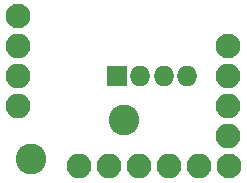
<source format=gbs>
G04 #@! TF.FileFunction,Soldermask,Bot*
%FSLAX46Y46*%
G04 Gerber Fmt 4.6, Leading zero omitted, Abs format (unit mm)*
G04 Created by KiCad (PCBNEW 4.0.2-stable) date 05.07.2017 20:47:00*
%MOMM*%
G01*
G04 APERTURE LIST*
%ADD10C,0.100000*%
%ADD11C,2.100000*%
%ADD12O,2.100000X2.100000*%
%ADD13C,2.600000*%
%ADD14R,1.750000X1.750000*%
%ADD15O,1.750000X1.750000*%
G04 APERTURE END LIST*
D10*
D11*
X170878500Y-111061500D03*
D12*
X170878500Y-113601500D03*
X170878500Y-116141500D03*
X170878500Y-118681500D03*
D11*
X188658500Y-113601500D03*
D12*
X188658500Y-116141500D03*
X188658500Y-118681500D03*
X188658500Y-121221500D03*
D11*
X188722000Y-123761500D03*
D12*
X186182000Y-123761500D03*
X183642000Y-123761500D03*
X181102000Y-123761500D03*
X178562000Y-123761500D03*
X176022000Y-123761500D03*
D13*
X171958000Y-123190000D03*
X179832000Y-119888000D03*
D14*
X179197000Y-116141500D03*
D15*
X181197000Y-116141500D03*
X183197000Y-116141500D03*
X185197000Y-116141500D03*
M02*

</source>
